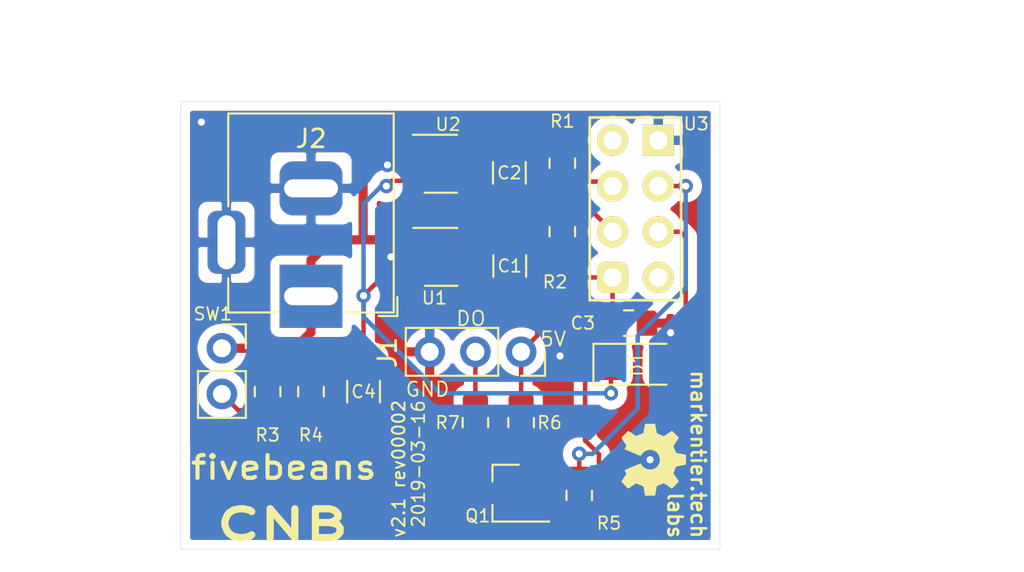
<source format=kicad_pcb>
(kicad_pcb (version 20171130) (host pcbnew "(5.0.2-5)-5")
  (title_block (title "fivebeans CNB v2.1") (date 2019-03-10) (rev 00001) (company markentier.tech) (comment 3 "CC BY 4.0 / https://creativecommons.org/licenses/by/4.0/") (comment 4 "Author: Christoph Grabo (@asaaki)"))
  (layers (0 F.Cu signal) (31 B.Cu signal) (34 B.Paste user) (35 F.Paste user) (36 B.SilkS user) (37 F.SilkS user) (38 B.Mask user) (39 F.Mask user) (44 Edge.Cuts user))
  (net 0 "")
  (net 1 +BATT)
  (net 2 GND)
  (net 3 +5V)
  (net 4 +3V3)
  (net 5 /ENABLE)
  (net 6 /HOLD)
  (net 7 "Net-(R1-Pad2)")
  (net 8 "Net-(R2-Pad2)")
  (net 9 "Net-(R3-Pad2)")
  (net 10 "Net-(U3-Pad1)")
  (net 11 /LED_DATA)
  (net 12 "Net-(U3-Pad8)")
  (net 13 "Net-(J1-Pad2)")
  (net 14 "Net-(Q1-Pad3)")
  (net 15 "Net-(U1-Pad4)")
  (net 16 "Net-(U2-Pad4)")
  (module Capacitor_SMD:C_1206_3216Metric_Pad1.42x1.75mm_HandSolder (layer F.Cu) (at 114.3 101.473 270)
    (fp_text reference C4 (at 0 0) (layer F.SilkS) (effects (font (size 0.7 0.7) (thickness 0.1))))
    (fp_text value 10uF)
    (fp_line (start -0.602064 -0.91) (end 0.602064 -0.91) (layer F.SilkS) (width 0.12))
    (fp_line (start -0.602064 0.91) (end 0.602064 0.91) (layer F.SilkS) (width 0.12))
    (pad 1 smd roundrect (at -1.4875 0 270) (size 1.425 1.75) (layers F.Cu F.Paste F.Mask) (roundrect_rratio 0.175439) (net 5 /ENABLE))
    (pad 2 smd roundrect (at 1.4875 0 270) (size 1.425 1.75) (layers F.Cu F.Paste F.Mask) (roundrect_rratio 0.175439) (net 2 GND))
  )
  (module Connector_BarrelJack:BarrelJack_Horizontal_short-silk (layer F.Cu) (at 111.379 96.171 270)
    (fp_text reference J2 (at -8.763 0) (layer F.SilkS))
    (fp_text value Barrel_Jack_Switch)
    (fp_line (start 0.9 -4.6) (end 0.9 -2) (layer F.SilkS) (width 0.12))
    (fp_line (start -10.16 -4.5974) (end 0.9 -4.6) (layer F.SilkS) (width 0.12))
    (fp_line (start 0.9 4.6) (end -1 4.6) (layer F.SilkS) (width 0.12))
    (fp_line (start 0.9 1.9) (end 0.9 4.6) (layer F.SilkS) (width 0.12))
    (fp_line (start -10.16 4.6) (end -10.16 -4.6) (layer F.SilkS) (width 0.12))
    (fp_line (start -5 4.6) (end -10.16 4.5974) (layer F.SilkS) (width 0.12))
    (fp_line (start 0.05 -4.8) (end 1.1 -4.8) (layer F.SilkS) (width 0.12))
    (fp_line (start 1.1 -3.75) (end 1.1 -4.8) (layer F.SilkS) (width 0.12))
    (pad 3 thru_hole roundrect (at -3 4.7 270) (size 3.5 2.1) (drill oval 3 1) (layers *.Cu *.Mask) (net 2 GND))
    (pad 2 thru_hole roundrect (at -6 0 270) (size 3 3.5) (drill oval 1 3) (layers *.Cu *.Mask) (net 2 GND))
    (pad 1 thru_hole rect (at 0 0 270) (size 3.5 3.5) (drill oval 1 3) (layers *.Cu *.Mask) (net 1 +BATT))
  )
  (module ESP8266:ESP-01_no_silk_outline (layer F.Cu) (at 128.143 87.503)
    (fp_text reference U3 (at 4.6482 -0.9144 180) (layer F.SilkS) (effects (font (size 0.7 0.7) (thickness 0.1))))
    (fp_text value "ESP-01 (8266 or 8285)")
    (fp_line (start 1.27 -1.27) (end -1.27 -1.27) (layer F.SilkS) (width 0.1524))
    (fp_line (start -1.27 -1.27) (end -1.27 1.27) (layer F.SilkS) (width 0.1524))
    (fp_line (start -1.27 1.27) (end -1.27 8.89) (layer F.SilkS) (width 0.1524))
    (fp_line (start -1.27 8.89) (end 3.81 8.89) (layer F.SilkS) (width 0.1524))
    (fp_line (start 3.81 8.89) (end 3.81 -1.27) (layer F.SilkS) (width 0.1524))
    (fp_line (start 3.81 -1.27) (end 1.27 -1.27) (layer F.SilkS) (width 0.1524))
    (pad 1 thru_hole circle (at 0 0) (size 1.7272 1.7272) (drill 1.016) (layers *.Cu *.Mask F.SilkS) (net 10 "Net-(U3-Pad1)"))
    (pad 2 thru_hole rect (at 2.54 0) (size 1.7272 1.7272) (drill 1.016) (layers *.Cu *.Mask F.SilkS) (net 2 GND))
    (pad 3 thru_hole oval (at 0 2.54) (size 1.7272 1.7272) (drill 1.016) (layers *.Cu *.Mask F.SilkS) (net 7 "Net-(R1-Pad2)"))
    (pad 4 thru_hole oval (at 2.54 2.54) (size 1.7272 1.7272) (drill 1.016) (layers *.Cu *.Mask F.SilkS) (net 11 /LED_DATA))
    (pad 5 thru_hole oval (at 0 5.08) (size 1.7272 1.7272) (drill 1.016) (layers *.Cu *.Mask F.SilkS) (net 8 "Net-(R2-Pad2)"))
    (pad 6 thru_hole oval (at 2.54 5.08) (size 1.7272 1.7272) (drill 1.016) (layers *.Cu *.Mask F.SilkS) (net 6 /HOLD))
    (pad 7 thru_hole roundrect (at 0 7.62) (size 1.7272 1.7272) (drill 1.016) (layers *.Cu *.Mask F.SilkS) (net 4 +3V3))
    (pad 8 thru_hole oval (at 2.54 7.62) (size 1.7272 1.7272) (drill 1.016) (layers *.Cu *.Mask F.SilkS) (net 12 "Net-(U3-Pad8)"))
  )
  (module Capacitor_SMD:C_0805_2012Metric_Pad1.15x1.40mm_HandSolder (layer F.Cu) (at 129.032 97.663)
    (fp_text reference C3 (at -2.54 0 180) (layer F.SilkS) (effects (font (size 0.7 0.7) (thickness 0.1))))
    (fp_text value 1uF)
    (fp_line (start -0.261252 -0.71) (end 0.261252 -0.71) (layer F.SilkS) (width 0.12))
    (fp_line (start -0.261252 0.71) (end 0.261252 0.71) (layer F.SilkS) (width 0.12))
    (pad 1 smd roundrect (at -1.025 0) (size 1.15 1.4) (layers F.Cu F.Paste F.Mask) (roundrect_rratio 0.217391) (net 4 +3V3))
    (pad 2 smd roundrect (at 1.025 0) (size 1.15 1.4) (layers F.Cu F.Paste F.Mask) (roundrect_rratio 0.217391) (net 2 GND))
  )
  (module Capacitor_SMD:C_1206_3216Metric_Pad1.42x1.75mm_HandSolder (layer F.Cu) (at 122.404775 89.311515 270)
    (fp_text reference C2 (at 0 0) (layer F.SilkS) (effects (font (size 0.7 0.7) (thickness 0.1))))
    (fp_text value 2.2uF)
    (fp_line (start -0.602064 0.91) (end 0.602064 0.91) (layer F.SilkS) (width 0.12))
    (fp_line (start -0.602064 -0.91) (end 0.602064 -0.91) (layer F.SilkS) (width 0.12))
    (pad 2 smd roundrect (at 1.4875 0 270) (size 1.425 1.75) (layers F.Cu F.Paste F.Mask) (roundrect_rratio 0.175439) (net 2 GND))
    (pad 1 smd roundrect (at -1.4875 0 270) (size 1.425 1.75) (layers F.Cu F.Paste F.Mask) (roundrect_rratio 0.175439) (net 4 +3V3))
  )
  (module Capacitor_SMD:C_1206_3216Metric_Pad1.42x1.75mm_HandSolder (layer F.Cu) (at 122.428 94.488 270)
    (fp_text reference C1 (at 0 0) (layer F.SilkS) (effects (font (size 0.7 0.7) (thickness 0.1))))
    (fp_text value 2.2uF)
    (fp_line (start -0.602064 -0.91) (end 0.602064 -0.91) (layer F.SilkS) (width 0.12))
    (fp_line (start -0.602064 0.91) (end 0.602064 0.91) (layer F.SilkS) (width 0.12))
    (pad 1 smd roundrect (at -1.4875 0 270) (size 1.425 1.75) (layers F.Cu F.Paste F.Mask) (roundrect_rratio 0.175439) (net 3 +5V))
    (pad 2 smd roundrect (at 1.4875 0 270) (size 1.425 1.75) (layers F.Cu F.Paste F.Mask) (roundrect_rratio 0.175439) (net 2 GND))
  )
  (module Diode_SMD:D_1206_3216Metric_Pad1.42x1.75mm_HandSolder (layer F.Cu) (at 129.54 99.949)
    (fp_text reference D1 (at 0 0 90) (layer F.SilkS) (effects (font (size 0.7 0.7) (thickness 0.1))))
    (fp_text value 1N4001)
    (fp_line (start 1.6 -1.135) (end -2.46 -1.135) (layer F.SilkS) (width 0.12))
    (fp_line (start -2.46 -1.135) (end -2.46 1.135) (layer F.SilkS) (width 0.12))
    (fp_line (start -2.46 1.135) (end 1.6 1.135) (layer F.SilkS) (width 0.12))
    (pad 1 smd roundrect (at -1.4875 0) (size 1.425 1.75) (layers F.Cu F.Paste F.Mask) (roundrect_rratio 0.175439) (net 5 /ENABLE))
    (pad 2 smd roundrect (at 1.4875 0) (size 1.425 1.75) (layers F.Cu F.Paste F.Mask) (roundrect_rratio 0.175439) (net 6 /HOLD))
  )
  (module Package_TO_SOT_SMD:SOT-23-5_HandSoldering (layer F.Cu) (at 118.594775 88.803515)
    (fp_text reference U2 (at 0.404225 -2.189515 180) (layer F.SilkS) (effects (font (size 0.7 0.7) (thickness 0.1))))
    (fp_text value MIC5219-3.3YM5)
    (fp_line (start 0.9 -1.61) (end -1.55 -1.61) (layer F.SilkS) (width 0.12))
    (fp_line (start -0.9 1.61) (end 0.9 1.61) (layer F.SilkS) (width 0.12))
    (pad 5 smd rect (at 1.35 -0.95) (size 1.56 0.65) (layers F.Cu F.Paste F.Mask) (net 4 +3V3))
    (pad 4 smd rect (at 1.35 0.95) (size 1.56 0.65) (layers F.Cu F.Paste F.Mask) (net 16 "Net-(U2-Pad4)"))
    (pad 3 smd rect (at -1.35 0.95) (size 1.56 0.65) (layers F.Cu F.Paste F.Mask) (net 5 /ENABLE))
    (pad 2 smd rect (at -1.35 0) (size 1.56 0.65) (layers F.Cu F.Paste F.Mask) (net 2 GND))
    (pad 1 smd rect (at -1.35 -0.95) (size 1.56 0.65) (layers F.Cu F.Paste F.Mask) (net 1 +BATT))
  )
  (module Package_TO_SOT_SMD:SOT-23-5_HandSoldering (layer F.Cu) (at 118.618 93.98)
    (fp_text reference U1 (at -0.381 2.286 180) (layer F.SilkS) (effects (font (size 0.7 0.7) (thickness 0.1))))
    (fp_text value MIC5219-5.0YM5)
    (fp_line (start -0.9 1.61) (end 0.9 1.61) (layer F.SilkS) (width 0.12))
    (fp_line (start 0.9 -1.61) (end -1.55 -1.61) (layer F.SilkS) (width 0.12))
    (pad 1 smd rect (at -1.35 -0.95) (size 1.56 0.65) (layers F.Cu F.Paste F.Mask) (net 1 +BATT))
    (pad 2 smd rect (at -1.35 0) (size 1.56 0.65) (layers F.Cu F.Paste F.Mask) (net 2 GND))
    (pad 3 smd rect (at -1.35 0.95) (size 1.56 0.65) (layers F.Cu F.Paste F.Mask) (net 5 /ENABLE))
    (pad 4 smd rect (at 1.35 0.95) (size 1.56 0.65) (layers F.Cu F.Paste F.Mask) (net 15 "Net-(U1-Pad4)"))
    (pad 5 smd rect (at 1.35 -0.95) (size 1.56 0.65) (layers F.Cu F.Paste F.Mask) (net 3 +5V))
  )
  (module Resistor_SMD:R_0805_2012Metric_Pad1.15x1.40mm_HandSolder (layer F.Cu) (at 126.288708 107.242693 90)
    (fp_text reference R5 (at -1.545507 1.651092 180) (layer F.SilkS) (effects (font (size 0.7 0.7) (thickness 0.1))))
    (fp_text value 10k)
    (fp_line (start -0.261252 -0.71) (end 0.261252 -0.71) (layer F.SilkS) (width 0.12))
    (fp_line (start -0.261252 0.71) (end 0.261252 0.71) (layer F.SilkS) (width 0.12))
    (pad 1 smd roundrect (at -1.025 0 90) (size 1.15 1.4) (layers F.Cu F.Paste F.Mask) (roundrect_rratio 0.217391) (net 4 +3V3))
    (pad 2 smd roundrect (at 1.025 0 90) (size 1.15 1.4) (layers F.Cu F.Paste F.Mask) (roundrect_rratio 0.217391) (net 11 /LED_DATA))
  )
  (module Resistor_SMD:R_0805_2012Metric_Pad1.15x1.40mm_HandSolder (layer F.Cu) (at 111.379 101.473 270)
    (fp_text reference R4 (at 2.413 0) (layer F.SilkS) (effects (font (size 0.7 0.7) (thickness 0.1))))
    (fp_text value 22k)
    (fp_line (start -0.261252 0.71) (end 0.261252 0.71) (layer F.SilkS) (width 0.12))
    (fp_line (start -0.261252 -0.71) (end 0.261252 -0.71) (layer F.SilkS) (width 0.12))
    (pad 2 smd roundrect (at 1.025 0 270) (size 1.15 1.4) (layers F.Cu F.Paste F.Mask) (roundrect_rratio 0.217391) (net 2 GND))
    (pad 1 smd roundrect (at -1.025 0 270) (size 1.15 1.4) (layers F.Cu F.Paste F.Mask) (roundrect_rratio 0.217391) (net 5 /ENABLE))
  )
  (module Resistor_SMD:R_0805_2012Metric_Pad1.15x1.40mm_HandSolder (layer F.Cu) (at 108.966 101.473 270)
    (fp_text reference R3 (at 2.413 0) (layer F.SilkS) (effects (font (size 0.7 0.7) (thickness 0.1))))
    (fp_text value 220)
    (fp_line (start -0.261252 -0.71) (end 0.261252 -0.71) (layer F.SilkS) (width 0.12))
    (fp_line (start -0.261252 0.71) (end 0.261252 0.71) (layer F.SilkS) (width 0.12))
    (pad 1 smd roundrect (at -1.025 0 270) (size 1.15 1.4) (layers F.Cu F.Paste F.Mask) (roundrect_rratio 0.217391) (net 5 /ENABLE))
    (pad 2 smd roundrect (at 1.025 0 270) (size 1.15 1.4) (layers F.Cu F.Paste F.Mask) (roundrect_rratio 0.217391) (net 9 "Net-(R3-Pad2)"))
  )
  (module Resistor_SMD:R_0805_2012Metric_Pad1.15x1.40mm_HandSolder (layer F.Cu) (at 125.349 92.583 90)
    (fp_text reference R2 (at -2.794 -0.4064 180) (layer F.SilkS) (effects (font (size 0.7 0.7) (thickness 0.1))))
    (fp_text value 10k)
    (fp_line (start -0.261252 0.71) (end 0.261252 0.71) (layer F.SilkS) (width 0.12))
    (fp_line (start -0.261252 -0.71) (end 0.261252 -0.71) (layer F.SilkS) (width 0.12))
    (pad 2 smd roundrect (at 1.025 0 90) (size 1.15 1.4) (layers F.Cu F.Paste F.Mask) (roundrect_rratio 0.217391) (net 8 "Net-(R2-Pad2)"))
    (pad 1 smd roundrect (at -1.025 0 90) (size 1.15 1.4) (layers F.Cu F.Paste F.Mask) (roundrect_rratio 0.217391) (net 4 +3V3))
  )
  (module Resistor_SMD:R_0805_2012Metric_Pad1.15x1.40mm_HandSolder (layer F.Cu) (at 125.349 88.773 270)
    (fp_text reference R1 (at -2.3368 0) (layer F.SilkS) (effects (font (size 0.7 0.7) (thickness 0.1))))
    (fp_text value 10k)
    (fp_line (start -0.261252 -0.71) (end 0.261252 -0.71) (layer F.SilkS) (width 0.12))
    (fp_line (start -0.261252 0.71) (end 0.261252 0.71) (layer F.SilkS) (width 0.12))
    (pad 1 smd roundrect (at -1.025 0 270) (size 1.15 1.4) (layers F.Cu F.Paste F.Mask) (roundrect_rratio 0.217391) (net 4 +3V3))
    (pad 2 smd roundrect (at 1.025 0 270) (size 1.15 1.4) (layers F.Cu F.Paste F.Mask) (roundrect_rratio 0.217391) (net 7 "Net-(R1-Pad2)"))
  )
  (module Connector_PinSocket_2.54mm:PinSocket_1x02_P2.54mm_Vertical (layer F.Cu) (at 106.426 99.06)
    (fp_text reference SW1 (at -0.508 -1.905) (layer F.SilkS) (effects (font (size 0.7 0.7) (thickness 0.1))))
    (fp_text value SW_DIP_x01)
    (fp_line (start 0 -1.33) (end 1.33 -1.33) (layer F.SilkS) (width 0.12))
    (fp_line (start 1.33 -1.33) (end 1.33 0) (layer F.SilkS) (width 0.12))
    (fp_line (start 1.33 1.27) (end 1.33 3.87) (layer F.SilkS) (width 0.12))
    (fp_line (start -1.33 3.87) (end 1.33 3.87) (layer F.SilkS) (width 0.12))
    (fp_line (start -1.33 1.27) (end -1.33 3.87) (layer F.SilkS) (width 0.12))
    (fp_line (start -1.33 1.27) (end 1.33 1.27) (layer F.SilkS) (width 0.12))
    (pad 2 thru_hole oval (at 0 2.54) (size 1.7 1.7) (drill 1) (layers *.Cu *.Mask) (net 9 "Net-(R3-Pad2)"))
    (pad 1 thru_hole circle (at 0 0) (size 1.7 1.7) (drill 1) (layers *.Cu *.Mask) (net 1 +BATT))
  )
  (module Connector_PinSocket_2.54mm:PinSocket_1x03_P2.54mm_Vertical (layer F.Cu) (at 123.057965 99.259572 270)
    (fp_text reference J1 (at 0.033072 7.43003 270) (layer F.SilkS))
    (fp_text value Conn_WS2812B)
    (fp_line (start -1.33 1.27) (end 1.33 1.27) (layer F.SilkS) (width 0.12))
    (fp_line (start -1.33 1.27) (end -1.33 6.41) (layer F.SilkS) (width 0.12))
    (fp_line (start -1.33 6.41) (end 1.33 6.41) (layer F.SilkS) (width 0.12))
    (fp_line (start 1.33 1.27) (end 1.33 6.41) (layer F.SilkS) (width 0.12))
    (fp_line (start 1.33 -1.33) (end 1.33 0) (layer F.SilkS) (width 0.12))
    (fp_line (start 0 -1.33) (end 1.33 -1.33) (layer F.SilkS) (width 0.12))
    (pad 1 thru_hole circle (at 0 0 270) (size 1.7 1.7) (drill 1) (layers *.Cu *.Mask) (net 3 +5V))
    (pad 2 thru_hole oval (at 0 2.54 270) (size 1.7 1.7) (drill 1) (layers *.Cu *.Mask) (net 13 "Net-(J1-Pad2)"))
    (pad 3 thru_hole oval (at 0 5.08 270) (size 1.7 1.7) (drill 1) (layers *.Cu *.Mask) (net 2 GND))
  )
  (module Package_TO_SOT_SMD:SOT-23_Handsoldering (layer F.Cu) (at 122.224708 107.115693 180)
    (fp_text reference Q1 (at 1.574708 -1.266107) (layer F.SilkS) (effects (font (size 0.7 0.7) (thickness 0.1))))
    (fp_text value FDV301N)
    (fp_line (start 0.76 1.58) (end 0.76 0.65) (layer F.SilkS) (width 0.12))
    (fp_line (start 0.76 -1.58) (end 0.76 -0.65) (layer F.SilkS) (width 0.12))
    (fp_line (start 0.76 -1.58) (end -2.4 -1.58) (layer F.SilkS) (width 0.12))
    (fp_line (start 0.76 1.58) (end -0.7 1.58) (layer F.SilkS) (width 0.12))
    (pad 1 smd rect (at -1.5 -0.95 180) (size 1.9 0.8) (layers F.Cu F.Paste F.Mask) (net 4 +3V3))
    (pad 2 smd rect (at -1.5 0.95 180) (size 1.9 0.8) (layers F.Cu F.Paste F.Mask) (net 11 /LED_DATA))
    (pad 3 smd rect (at 1.5 0 180) (size 1.9 0.8) (layers F.Cu F.Paste F.Mask) (net 14 "Net-(Q1-Pad3)"))
  )
  (module Resistor_SMD:R_0805_2012Metric_Pad1.15x1.40mm_HandSolder (layer F.Cu) (at 123.057965 103.196572 270)
    (fp_text reference R6 (at 0.003628 -1.579835 180) (layer F.SilkS) (effects (font (size 0.7 0.7) (thickness 0.1))))
    (fp_text value 10k)
    (fp_line (start -0.261252 0.71) (end 0.261252 0.71) (layer F.SilkS) (width 0.12))
    (fp_line (start -0.261252 -0.71) (end 0.261252 -0.71) (layer F.SilkS) (width 0.12))
    (pad 2 smd roundrect (at 1.025 0 270) (size 1.15 1.4) (layers F.Cu F.Paste F.Mask) (roundrect_rratio 0.217391) (net 14 "Net-(Q1-Pad3)"))
    (pad 1 smd roundrect (at -1.025 0 270) (size 1.15 1.4) (layers F.Cu F.Paste F.Mask) (roundrect_rratio 0.217391) (net 3 +5V))
  )
  (module Resistor_SMD:R_0805_2012Metric_Pad1.15x1.40mm_HandSolder (layer F.Cu) (at 120.517965 103.196572 270)
    (fp_text reference R7 (at 0.003628 1.544365 180) (layer F.SilkS) (effects (font (size 0.7 0.7) (thickness 0.1))))
    (fp_text value 330)
    (fp_line (start -0.261252 -0.71) (end 0.261252 -0.71) (layer F.SilkS) (width 0.12))
    (fp_line (start -0.261252 0.71) (end 0.261252 0.71) (layer F.SilkS) (width 0.12))
    (pad 1 smd roundrect (at -1.025 0 270) (size 1.15 1.4) (layers F.Cu F.Paste F.Mask) (roundrect_rratio 0.217391) (net 13 "Net-(J1-Pad2)"))
    (pad 2 smd roundrect (at 1.025 0 270) (size 1.15 1.4) (layers F.Cu F.Paste F.Mask) (roundrect_rratio 0.217391) (net 14 "Net-(Q1-Pad3)"))
  )
  (module OSHW-logo:OSHW-logo_silkscreen-back_4mm (layer F.Cu) (at 130.429 105.2576 270)
    (fp_text reference G*** hide)
    (fp_text value OSHW-logo_silkscreen-back_4mm hide)
    (fp_poly (pts (xy 1.21158 1.79578) (xy 1.19126 1.78562) (xy 1.143 1.75514) (xy 1.07696 1.71196) (xy 0.99822 1.65862) (xy 0.91948 1.60528) (xy 0.85344 1.5621) (xy 0.80772 1.53162) (xy 0.78994 1.52146) (xy 0.77978 1.524) (xy 0.74168 1.54432) (xy 0.6858 1.57226) (xy 0.65532 1.5875) (xy 0.60452 1.61036) (xy 0.57912 1.61544) (xy 0.57658 1.60782) (xy 0.55626 1.56972) (xy 0.52832 1.50368) (xy 0.49022 1.41732) (xy 0.44704 1.31572) (xy 0.40132 1.2065) (xy 0.3556 1.09474) (xy 0.30988 0.98806) (xy 0.27178 0.89154) (xy 0.23876 0.81534) (xy 0.21844 0.75946) (xy 0.21082 0.7366) (xy 0.21336 0.73152) (xy 0.23876 0.70866) (xy 0.28194 0.67564) (xy 0.37846 0.5969) (xy 0.4699 0.48006) (xy 0.52832 0.34798) (xy 0.5461 0.20066) (xy 0.53086 0.06604) (xy 0.47752 -0.0635) (xy 0.38608 -0.18288) (xy 0.27432 -0.26924) (xy 0.14478 -0.32512) (xy 0 -0.3429) (xy -0.1397 -0.32766) (xy -0.27178 -0.27432) (xy -0.39116 -0.18542) (xy -0.43942 -0.127) (xy -0.508 -0.00762) (xy -0.54864 0.11938) (xy -0.55118 0.14986) (xy -0.5461 0.2921) (xy -0.50546 0.42672) (xy -0.4318 0.5461) (xy -0.32766 0.64516) (xy -0.31496 0.65532) (xy -0.2667 0.69088) (xy -0.23622 0.71374) (xy -0.21082 0.73406) (xy -0.38862 1.16586) (xy -0.41656 1.23444) (xy -0.46736 1.35128) (xy -0.51054 1.45288) (xy -0.54356 1.53416) (xy -0.56896 1.5875) (xy -0.57912 1.61036) (xy -0.59436 1.6129) (xy -0.62738 1.6002) (xy -0.68834 1.57226) (xy -0.72898 1.55194) (xy -0.7747 1.52908) (xy -0.79502 1.52146) (xy -0.8128 1.53162) (xy -0.85598 1.55956) (xy -0.91948 1.60274) (xy -0.99568 1.65354) (xy -1.06934 1.70434) (xy -1.13792 1.75006) (xy -1.18618 1.78054) (xy -1.21158 1.79324) (xy -1.21412 1.79324) (xy -1.23444 1.78054) (xy -1.27508 1.75006) (xy -1.3335 1.69418) (xy -1.41478 1.6129) (xy -1.42748 1.6002) (xy -1.49606 1.52908) (xy -1.55194 1.47066) (xy -1.59004 1.43002) (xy -1.60274 1.41224) (xy -1.59004 1.38684) (xy -1.55956 1.33858) (xy -1.51384 1.27) (xy -1.4605 1.19126) (xy -1.31826 0.98298) (xy -1.397 0.7874) (xy -1.41986 0.72898) (xy -1.45034 0.65532) (xy -1.4732 0.60452) (xy -1.4859 0.58166) (xy -1.50622 0.57404) (xy -1.55956 0.56134) (xy -1.6383 0.54356) (xy -1.72974 0.52832) (xy -1.81864 0.51054) (xy -1.89738 0.4953) (xy -1.9558 0.48514) (xy -1.9812 0.48006) (xy -1.98628 0.47498) (xy -1.99136 0.46228) (xy -1.99644 0.43688) (xy -1.99644 0.38862) (xy -1.99898 0.31242) (xy -1.99898 0.20066) (xy -1.99898 0.1905) (xy -1.99644 0.08382) (xy -1.99644 0) (xy -1.9939 -0.05334) (xy -1.98882 -0.07366) (xy -1.96342 -0.08128) (xy -1.90754 -0.09144) (xy -1.8288 -0.10922) (xy -1.73228 -0.127) (xy -1.7272 -0.127) (xy -1.63322 -0.14478) (xy -1.55448 -0.16256) (xy -1.4986 -0.17526) (xy -1.47574 -0.18288) (xy -1.47066 -0.18796) (xy -1.45034 -0.22606) (xy -1.4224 -0.28448) (xy -1.39192 -0.3556) (xy -1.36144 -0.42926) (xy -1.3335 -0.49784) (xy -1.31572 -0.5461) (xy -1.31064 -0.56896) (xy -1.32588 -0.59182) (xy -1.3589 -0.64262) (xy -1.40462 -0.70866) (xy -1.4605 -0.78994) (xy -1.46304 -0.79756) (xy -1.51892 -0.8763) (xy -1.5621 -0.94488) (xy -1.59258 -0.99314) (xy -1.60274 -1.01346) (xy -1.60274 -1.016) (xy -1.58496 -1.03886) (xy -1.54432 -1.08458) (xy -1.4859 -1.14554) (xy -1.41478 -1.21666) (xy -1.39192 -1.23698) (xy -1.31572 -1.31318) (xy -1.26238 -1.36398) (xy -1.22682 -1.38938) (xy -1.21158 -1.397) (xy -1.21158 -1.39446) (xy -1.18618 -1.38176) (xy -1.13538 -1.34874) (xy -1.0668 -1.30048) (xy -0.98552 -1.24714) (xy -0.98044 -1.24206) (xy -0.9017 -1.18872) (xy -0.83566 -1.143) (xy -0.7874 -1.11252) (xy -0.76708 -1.09982) (xy -0.762 -1.09982) (xy -0.73152 -1.10998) (xy -0.6731 -1.12776) (xy -0.60452 -1.1557) (xy -0.53086 -1.18618) (xy -0.46228 -1.21412) (xy -0.41148 -1.23698) (xy -0.38862 -1.24968) (xy -0.38862 -1.25222) (xy -0.37846 -1.28016) (xy -0.36576 -1.34112) (xy -0.34798 -1.4224) (xy -0.3302 -1.52146) (xy -0.32766 -1.5367) (xy -0.30988 -1.63068) (xy -0.29464 -1.70942) (xy -0.28194 -1.7653) (xy -0.27686 -1.78816) (xy -0.26416 -1.7907) (xy -0.2159 -1.79324) (xy -0.14478 -1.79578) (xy -0.05842 -1.79578) (xy 0.03048 -1.79578) (xy 0.11684 -1.79324) (xy 0.19304 -1.7907) (xy 0.24638 -1.78816) (xy 0.26924 -1.78308) (xy 0.27178 -1.78054) (xy 0.2794 -1.7526) (xy 0.2921 -1.69164) (xy 0.30988 -1.61036) (xy 0.32766 -1.5113) (xy 0.3302 -1.49352) (xy 0.34798 -1.39954) (xy 0.36576 -1.3208) (xy 0.37592 -1.26746) (xy 0.38354 -1.24714) (xy 0.39116 -1.24206) (xy 0.42926 -1.22428) (xy 0.49276 -1.19888) (xy 0.57404 -1.16586) (xy 0.75692 -1.0922) (xy 0.98044 -1.24714) (xy 1.00076 -1.25984) (xy 1.08204 -1.31572) (xy 1.14808 -1.3589) (xy 1.1938 -1.38938) (xy 1.21412 -1.39954) (xy 1.23698 -1.37922) (xy 1.2827 -1.33858) (xy 1.34366 -1.27762) (xy 1.41224 -1.20904) (xy 1.46558 -1.1557) (xy 1.52654 -1.0922) (xy 1.56718 -1.05156) (xy 1.5875 -1.02362) (xy 1.59512 -1.00584) (xy 1.59258 -0.99568) (xy 1.57988 -0.97282) (xy 1.54686 -0.92456) (xy 1.50114 -0.85598) (xy 1.44526 -0.77724) (xy 1.39954 -0.70866) (xy 1.35128 -0.635) (xy 1.3208 -0.58166) (xy 1.3081 -0.55372) (xy 1.31064 -0.54356) (xy 1.32842 -0.50038) (xy 1.35382 -0.4318) (xy 1.38684 -0.35306) (xy 1.46558 -0.17526) (xy 1.58242 -0.15494) (xy 1.65354 -0.1397) (xy 1.7526 -0.12192) (xy 1.84658 -0.10414) (xy 1.9939 -0.07366) (xy 1.99898 0.46482) (xy 1.97612 0.47498) (xy 1.95326 0.4826) (xy 1.89992 0.49276) (xy 1.82118 0.508) (xy 1.72974 0.52578) (xy 1.651 0.54102) (xy 1.57226 0.55626) (xy 1.51638 0.56642) (xy 1.49098 0.5715) (xy 1.48336 0.58166) (xy 1.46304 0.61976) (xy 1.4351 0.68072) (xy 1.40462 0.75438) (xy 1.37414 0.82804) (xy 1.3462 0.89916) (xy 1.32588 0.9525) (xy 1.31826 0.98044) (xy 1.32842 1.00076) (xy 1.3589 1.04648) (xy 1.40208 1.11252) (xy 1.45542 1.19126) (xy 1.5113 1.27) (xy 1.55448 1.33858) (xy 1.5875 1.38684) (xy 1.6002 1.40716) (xy 1.59258 1.4224) (xy 1.5621 1.4605) (xy 1.50368 1.52146) (xy 1.41478 1.61036) (xy 1.39954 1.62306) (xy 1.33096 1.69164) (xy 1.27 1.74498) (xy 1.22936 1.78308) (xy 1.21158 1.79578)) (layer F.SilkS) (width 0.00254))
  )
  (gr_text 2019-03-16 (at 117.348 105.4862 90) (layer F.SilkS) (effects (font (size 0.7 0.7) (thickness 0.1))))
  (gr_text CNB (at 113.7158 108.8644) (layer F.SilkS) (effects (font (size 1.6 2.4) (thickness 0.4)) (justify right)))
  (gr_text ••••• (at 109.8296 106.9848) (layer F.Cu) (effects (font (size 1.6 1.6) (thickness 0.35))))
  (gr_text GND (at 117.856 101.346) (layer F.SilkS) (effects (font (size 0.8 0.8) (thickness 0.1))))
  (gr_text DO (at 120.269 97.409) (layer F.SilkS) (effects (font (size 0.8 0.8) (thickness 0.1))))
  (gr_text 5V (at 124.841 98.552) (layer F.SilkS) (effects (font (size 0.8 0.8) (thickness 0.1))))
  (gr_text "markentier.tech\nlabs" (at 132.2578 109.7026 270) (layer F.SilkS) (effects (font (size 0.8 0.8)) (justify right)))
  (gr_text "v2.1 rev00002" (at 116.2558 109.6518 90) (layer F.SilkS) (effects (font (size 0.7 0.7) (thickness 0.11)) (justify left)))
  (gr_text fivebeans (at 115.1636 105.6894) (layer F.SilkS) (effects (font (size 1.27 1.4605) (thickness 0.2286)) (justify right)))
  (gr_line (start 104.14 110.236) (end 104.14 85.344) (layer Edge.Cuts) (width 0.0254))
  (gr_line (start 134.112 110.236) (end 104.14 110.236) (layer Edge.Cuts) (width 0.0254))
  (gr_line (start 134.112 85.344) (end 134.112 110.236) (layer Edge.Cuts) (width 0.0254))
  (gr_line (start 104.14 85.344) (end 134.112 85.344) (layer Edge.Cuts) (width 0.0254))
  (segment (start 107.526 99.06) (end 106.426 99.06) (width 0.508) (layer F.Cu) (net 1))
  (segment (start 108.172 99.06) (end 107.526 99.06) (width 0.508) (layer F.Cu) (net 1))
  (segment (start 111.379 96.171) (end 111.379 98.171) (width 0.508) (layer F.Cu) (net 1))
  (segment (start 110.49 99.06) (end 111.379 98.171) (width 0.508) (layer F.Cu) (net 1))
  (segment (start 107.537 99.06) (end 110.49 99.06) (width 0.508) (layer F.Cu) (net 1))
  (segment (start 111.379 96.139) (end 111.379 94.139) (width 0.508) (layer F.Cu) (net 1))
  (segment (start 111.379 94.171) (end 112.52 93.03) (width 0.508) (layer F.Cu) (net 1))
  (segment (start 117.324775 87.773515) (end 117.244775 87.853515) (width 0.25) (layer F.Cu) (net 1))
  (segment (start 114.6302 93.03) (end 117.268 93.03) (width 0.508) (layer F.Cu) (net 1))
  (segment (start 112.52 93.03) (end 114.6302 93.03) (width 0.508) (layer F.Cu) (net 1))
  (segment (start 114.2746 89.015387) (end 114.2746 93.03) (width 0.508) (layer F.Cu) (net 1))
  (segment (start 115.436472 87.853515) (end 114.2746 89.015387) (width 0.508) (layer F.Cu) (net 1))
  (segment (start 117.244775 87.853515) (end 115.436472 87.853515) (width 0.508) (layer F.Cu) (net 1))
  (via (at 115.824 93.98) (size 0.8) (drill 0.4) (layers F.Cu B.Cu) (net 2))
  (segment (start 113.4475 102.9605) (end 113.4475 102.9605) (width 0.25) (layer F.Cu) (net 2))
  (segment (start 112.277 102.498) (end 112.8125 102.9605) (width 0.25) (layer F.Cu) (net 2))
  (segment (start 111.379 102.498) (end 112.277 102.498) (width 0.25) (layer F.Cu) (net 2))
  (segment (start 112.8125 102.9605) (end 114.3 102.9605) (width 0.25) (layer F.Cu) (net 2))
  (via (at 131.3688 98.1964) (size 0.8) (drill 0.4) (layers F.Cu B.Cu) (net 2))
  (via (at 130.2258 105.2576) (size 0.8) (drill 0.4) (layers F.Cu B.Cu) (net 2))
  (via (at 105.283 86.487) (size 0.8) (drill 0.4) (layers F.Cu B.Cu) (net 2))
  (segment (start 117.268 93.98) (end 115.824 93.98) (width 0.25) (layer F.Cu) (net 2))
  (via (at 125.222 99.4918) (size 0.8) (drill 0.4) (layers F.Cu B.Cu) (net 2))
  (segment (start 122.404775 89.986515) (end 122.404775 90.799015) (width 0.25) (layer F.Cu) (net 2))
  (segment (start 121.221775 88.803515) (end 122.404775 89.986515) (width 0.25) (layer F.Cu) (net 2))
  (segment (start 117.244775 88.803515) (end 121.221775 88.803515) (width 0.25) (layer F.Cu) (net 2))
  (segment (start 122.428 95.163) (end 122.428 95.9755) (width 0.25) (layer F.Cu) (net 2))
  (segment (start 121.245 93.98) (end 122.428 95.163) (width 0.25) (layer F.Cu) (net 2))
  (segment (start 117.268 93.98) (end 121.245 93.98) (width 0.25) (layer F.Cu) (net 2))
  (via (at 115.62685 88.870891) (size 0.8) (drill 0.4) (layers F.Cu B.Cu) (net 2))
  (segment (start 117.244775 88.803515) (end 115.694226 88.803515) (width 0.25) (layer F.Cu) (net 2))
  (segment (start 115.694226 88.803515) (end 115.62685 88.870891) (width 0.25) (layer F.Cu) (net 2))
  (segment (start 122.555 92.583) (end 122.555 92.583) (width 0.25) (layer F.Cu) (net 3))
  (segment (start 123.057965 102.171572) (end 123.057965 99.259572) (width 0.25) (layer F.Cu) (net 3))
  (segment (start 122.3985 93.03) (end 122.428 93.0005) (width 0.25) (layer F.Cu) (net 3))
  (segment (start 119.968 93.03) (end 122.3985 93.03) (width 0.25) (layer F.Cu) (net 3))
  (segment (start 123.952 93.472) (end 123.952 98.365537) (width 0.25) (layer F.Cu) (net 3))
  (segment (start 123.952 98.365537) (end 123.057965 99.259572) (width 0.25) (layer F.Cu) (net 3))
  (segment (start 123.4805 93.0005) (end 122.428 93.0005) (width 0.25) (layer F.Cu) (net 3))
  (segment (start 123.952 93.472) (end 123.4805 93.0005) (width 0.25) (layer F.Cu) (net 3))
  (segment (start 126.820016 108.267693) (end 126.288708 108.267693) (width 0.25) (layer F.Cu) (net 4))
  (segment (start 126.086708 108.065693) (end 126.288708 108.267693) (width 0.25) (layer F.Cu) (net 4))
  (segment (start 123.724708 108.065693) (end 126.086708 108.065693) (width 0.25) (layer F.Cu) (net 4))
  (segment (start 122.375275 87.853515) (end 122.404775 87.824015) (width 0.25) (layer F.Cu) (net 4))
  (segment (start 119.944775 87.853515) (end 122.375275 87.853515) (width 0.25) (layer F.Cu) (net 4))
  (segment (start 125.272985 87.824015) (end 125.349 87.748) (width 0.25) (layer F.Cu) (net 4))
  (segment (start 122.404775 87.824015) (end 125.272985 87.824015) (width 0.25) (layer F.Cu) (net 4))
  (segment (start 125.349 94.615) (end 125.349 93.608) (width 0.25) (layer F.Cu) (net 4))
  (segment (start 125.857 95.123) (end 125.349 94.615) (width 0.25) (layer F.Cu) (net 4))
  (segment (start 128.143 95.123) (end 125.857 95.123) (width 0.25) (layer F.Cu) (net 4))
  (segment (start 128.143 97.527) (end 128.007 97.663) (width 0.25) (layer F.Cu) (net 4))
  (segment (start 128.143 95.123) (end 128.143 97.527) (width 0.25) (layer F.Cu) (net 4))
  (segment (start 125.857 97.536) (end 125.857 95.123) (width 0.25) (layer F.Cu) (net 4))
  (segment (start 126.619 98.298) (end 125.857 97.536) (width 0.25) (layer F.Cu) (net 4))
  (segment (start 126.619 104.202279) (end 126.619 98.298) (width 0.25) (layer F.Cu) (net 4))
  (segment (start 127.383628 107.972773) (end 127.383628 104.949196) (width 0.25) (layer F.Cu) (net 4))
  (segment (start 127.088708 108.267693) (end 127.383628 107.972773) (width 0.25) (layer F.Cu) (net 4))
  (segment (start 127.383628 104.949196) (end 126.636711 104.202279) (width 0.25) (layer F.Cu) (net 4))
  (segment (start 126.288708 108.267693) (end 127.088708 108.267693) (width 0.25) (layer F.Cu) (net 4))
  (segment (start 123.952 92.211) (end 124.725628 92.984628) (width 0.25) (layer F.Cu) (net 4))
  (segment (start 123.952 87.824015) (end 123.952 92.211) (width 0.25) (layer F.Cu) (net 4))
  (segment (start 124.725628 92.984628) (end 125.349 93.608) (width 0.25) (layer F.Cu) (net 4))
  (segment (start 122.404775 87.824015) (end 123.952 87.824015) (width 0.25) (layer F.Cu) (net 4))
  (segment (start 108.966 100.448) (end 111.379 100.448) (width 0.25) (layer F.Cu) (net 5))
  (via (at 115.57 90.043) (size 0.8) (drill 0.4) (layers F.Cu B.Cu) (net 5))
  (segment (start 116.779 94.93) (end 117.268 94.93) (width 0.25) (layer F.Cu) (net 5))
  (segment (start 112.404 100.448) (end 112.8665 99.9855) (width 0.25) (layer F.Cu) (net 5))
  (segment (start 112.8665 99.9855) (end 114.3 99.9855) (width 0.25) (layer F.Cu) (net 5))
  (segment (start 111.379 100.448) (end 112.404 100.448) (width 0.25) (layer F.Cu) (net 5))
  (segment (start 114.3 99.9855) (end 114.3 98.298) (width 0.25) (layer F.Cu) (net 5))
  (segment (start 117.268 94.93) (end 115.509 94.93) (width 0.25) (layer F.Cu) (net 5))
  (segment (start 114.3 96.139) (end 114.3 98.298) (width 0.25) (layer F.Cu) (net 5))
  (segment (start 116.144 94.93) (end 116.144 94.93) (width 0.25) (layer F.Cu) (net 5))
  (via (at 114.3 96.139) (size 0.8) (drill 0.4) (layers F.Cu B.Cu) (net 5))
  (segment (start 114.3 91.035775) (end 114.3 96.139) (width 0.25) (layer B.Cu) (net 5))
  (segment (start 115.546775 89.789) (end 114.3 91.035775) (width 0.25) (layer B.Cu) (net 5))
  (segment (start 115.509 94.93) (end 114.3 96.139) (width 0.25) (layer F.Cu) (net 5))
  (segment (start 128.0525 100.076) (end 128.0525 101.5635) (width 0.25) (layer F.Cu) (net 5))
  (via (at 128.0525 101.5635) (size 0.8) (drill 0.4) (layers F.Cu B.Cu) (net 5))
  (segment (start 114.3 96.704685) (end 114.3 96.139) (width 0.25) (layer B.Cu) (net 5))
  (segment (start 114.3 97.320609) (end 114.3 96.704685) (width 0.25) (layer B.Cu) (net 5))
  (segment (start 118.542891 101.5635) (end 114.3 97.320609) (width 0.25) (layer B.Cu) (net 5))
  (segment (start 128.0525 101.5635) (end 118.542891 101.5635) (width 0.25) (layer B.Cu) (net 5))
  (segment (start 115.859485 89.753515) (end 115.57 90.043) (width 0.25) (layer F.Cu) (net 5))
  (segment (start 117.244775 89.753515) (end 115.859485 89.753515) (width 0.25) (layer F.Cu) (net 5))
  (segment (start 131.904314 92.583) (end 130.683 92.583) (width 0.25) (layer F.Cu) (net 6))
  (segment (start 132.207 92.885686) (end 131.904314 92.583) (width 0.25) (layer F.Cu) (net 6))
  (segment (start 131.826 99.949) (end 132.207 99.568) (width 0.25) (layer F.Cu) (net 6))
  (segment (start 132.207 99.568) (end 132.207 92.885686) (width 0.25) (layer F.Cu) (net 6))
  (segment (start 131.0275 99.949) (end 131.826 99.949) (width 0.25) (layer F.Cu) (net 6))
  (segment (start 127.898 89.798) (end 128.143 90.043) (width 0.25) (layer F.Cu) (net 7))
  (segment (start 125.349 89.798) (end 127.898 89.798) (width 0.25) (layer F.Cu) (net 7))
  (segment (start 127.118 91.558) (end 128.143 92.583) (width 0.25) (layer F.Cu) (net 8))
  (segment (start 125.349 91.558) (end 127.118 91.558) (width 0.25) (layer F.Cu) (net 8))
  (segment (start 107.324 102.498) (end 106.426 101.6) (width 0.25) (layer F.Cu) (net 9))
  (segment (start 108.966 102.498) (end 107.324 102.498) (width 0.25) (layer F.Cu) (net 9))
  (segment (start 126.236708 106.165693) (end 126.288708 106.217693) (width 0.25) (layer F.Cu) (net 11))
  (segment (start 123.724708 106.165693) (end 126.236708 106.165693) (width 0.25) (layer F.Cu) (net 11))
  (segment (start 126.288708 104.92728) (end 126.280679 104.919251) (width 0.25) (layer F.Cu) (net 11))
  (segment (start 126.288708 106.217693) (end 126.288708 104.92728) (width 0.25) (layer F.Cu) (net 11))
  (via (at 126.28871 104.92728) (size 0.8) (drill 0.4) (layers F.Cu B.Cu) (net 11))
  (segment (start 130.683 90.043) (end 132.207 90.043) (width 0.25) (layer F.Cu) (net 11))
  (segment (start 131.904314 90.043) (end 132.207 90.043) (width 0.25) (layer F.Cu) (net 11))
  (segment (start 132.207 90.043) (end 131.904314 90.043) (width 0.25) (layer F.Cu) (net 11))
  (via (at 132.207 90.043) (size 0.8) (drill 0.4) (layers F.Cu B.Cu) (net 11))
  (segment (start 127.031722 104.92728) (end 126.854395 104.92728) (width 0.25) (layer B.Cu) (net 11))
  (segment (start 132.207 95.700998) (end 129.54 98.367998) (width 0.25) (layer B.Cu) (net 11))
  (segment (start 129.54 98.367998) (end 129.54 102.419002) (width 0.25) (layer B.Cu) (net 11))
  (segment (start 126.854395 104.92728) (end 126.28871 104.92728) (width 0.25) (layer B.Cu) (net 11))
  (segment (start 129.54 102.419002) (end 127.031722 104.92728) (width 0.25) (layer B.Cu) (net 11))
  (segment (start 132.207 90.043) (end 132.207 95.700998) (width 0.25) (layer B.Cu) (net 11))
  (segment (start 120.517965 102.171572) (end 120.517965 99.259572) (width 0.25) (layer F.Cu) (net 13))
  (segment (start 120.068985 104.670552) (end 120.517965 104.221572) (width 0.25) (layer F.Cu) (net 14))
  (segment (start 121.317965 104.221572) (end 123.057965 104.221572) (width 0.25) (layer F.Cu) (net 14))
  (segment (start 120.517965 104.221572) (end 121.317965 104.221572) (width 0.25) (layer F.Cu) (net 14))
  (segment (start 120.517965 106.90895) (end 120.724708 107.115693) (width 0.25) (layer F.Cu) (net 14))
  (segment (start 120.517965 104.221572) (end 120.517965 106.90895) (width 0.25) (layer F.Cu) (net 14))
  (zone (net 2) (net_name GND) (layer F.Cu) (connect_pads (clearance 0.508)) (min_thickness 0.254) (fill yes (mode segment) (arc_segments 32) (thermal_gap 0.508) (thermal_bridge_width 0.508))
    (polygon (pts (xy 103.759 84.836) (xy 134.5946 84.8741) (xy 134.5946 110.6551) (xy 103.759 110.744)))
  )
  (zone (net 2) (net_name GND) (layer B.Cu) (connect_pads (clearance 0.508)) (min_thickness 0.254) (fill yes (mode segment) (arc_segments 32) (thermal_gap 0.508) (thermal_bridge_width 0.508))
    (polygon (pts (xy 103.759 84.836) (xy 134.5438 84.8741) (xy 134.5438 110.6551) (xy 103.759 110.744)))
  )
  (zone (net 0) (net_name "") (layer F.Cu) (connect_pads (clearance 0.508)) (min_thickness 0.254)
    (keepout (tracks not_allowed) (vias not_allowed) (copperpour not_allowed))
    (fill (arc_segments 16) (thermal_gap 0.508) (thermal_bridge_width 0.508))
    (polygon (pts (xy 103.759 104.521) (xy 115.57 104.521) (xy 115.57 111.506) (xy 103.759 111.506)))
  )
  (zone (net 0) (net_name "") (layer F.Cu) (connect_pads (clearance 0.508)) (min_thickness 0.254)
    (keepout (tracks not_allowed) (vias not_allowed) (copperpour not_allowed))
    (fill (arc_segments 16) (thermal_gap 0.508) (thermal_bridge_width 0.508))
    (polygon (pts (xy 131.064 97.155) (xy 131.699 97.155) (xy 131.572 96.012) (xy 130.81 96.393)))
  )
  (zone (net 0) (net_name "") (layer F.Cu) (connect_pads (clearance 0.508)) (min_thickness 0.254)
    (keepout (tracks not_allowed) (vias not_allowed) (copperpour not_allowed))
    (fill (arc_segments 16) (thermal_gap 0.508) (thermal_bridge_width 0.508))
    (polygon (pts (xy 113.284 93.599) (xy 115.443 93.7514) (xy 115.3922 94.0816) (xy 115.57 94.3356) (xy 114.3 95.504) (xy 113.411 95.631)))
  )
  (zone (net 0) (net_name "") (layer F.Cu) (connect_pads (clearance 0.508)) (min_thickness 0.254)
    (keepout (tracks not_allowed) (vias not_allowed) (copperpour not_allowed))
    (fill (arc_segments 16) (thermal_gap 0.508) (thermal_bridge_width 0.508))
    (polygon (pts (xy 119.634 95.758) (xy 115.316 95.758) (xy 115.697 95.123) (xy 116.459 95.377) (xy 118.999 95.377)))
  )
  (zone (net 0) (net_name "") (layer F.Cu) (connect_pads (clearance 0.508)) (min_thickness 0.254)
    (keepout (tracks not_allowed) (vias not_allowed) (copperpour not_allowed))
    (fill (arc_segments 16) (thermal_gap 0.508) (thermal_bridge_width 0.508))
    (polygon (pts (xy 116.459 86.995) (xy 121.158 86.995) (xy 121.158 87.376) (xy 116.459 87.376)))
  )
  (zone (net 0) (net_name "") (layer F.Cu) (connect_pads (clearance 0.508)) (min_thickness 0.254)
    (keepout (tracks not_allowed) (vias not_allowed) (copperpour not_allowed))
    (fill (arc_segments 16) (thermal_gap 0.508) (thermal_bridge_width 0.508))
    (polygon (pts (xy 111.633 92.075) (xy 111.633 92.583) (xy 110.363 93.472) (xy 109.601 93.726) (xy 109.22 93.98) (xy 109.093 94.361) (xy 109.347 94.742) (xy 109.474 94.234) (xy 110.998 94.234) (xy 111.252 93.599) (xy 112.014 92.837) (xy 112.522 92.075)))
  )
  (zone (net 0) (net_name "") (layer F.Cu) (connect_pads (clearance 0.508)) (min_thickness 0.254)
    (keepout (tracks not_allowed) (vias not_allowed) (copperpour not_allowed))
    (fill (arc_segments 16) (thermal_gap 0.508) (thermal_bridge_width 0.508))
    (polygon (pts (xy 119.3038 102.2604) (xy 119.3038 104.3178) (xy 119.6594 104.3178) (xy 119.6594 102.2604)))
  )
)
</source>
